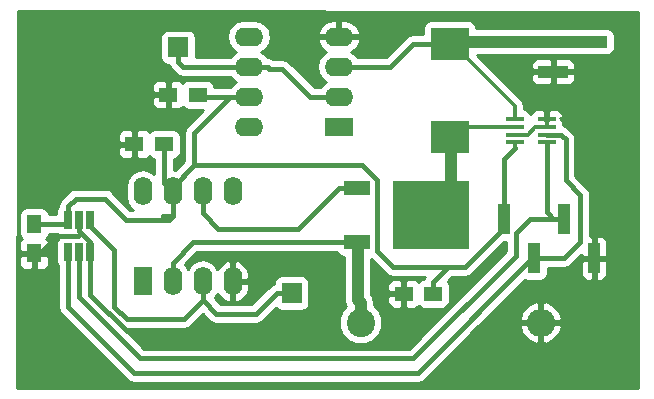
<source format=gbr>
G04 #@! TF.FileFunction,Copper,L1,Top,Signal*
%FSLAX46Y46*%
G04 Gerber Fmt 4.6, Leading zero omitted, Abs format (unit mm)*
G04 Created by KiCad (PCBNEW 4.0.7) date 02/28/18 17:10:50*
%MOMM*%
%LPD*%
G01*
G04 APERTURE LIST*
%ADD10C,0.100000*%
%ADD11R,1.250000X1.500000*%
%ADD12R,1.500000X1.250000*%
%ADD13R,1.000000X2.510000*%
%ADD14R,2.510000X1.000000*%
%ADD15R,2.200000X1.200000*%
%ADD16R,6.400000X5.800000*%
%ADD17R,3.050000X2.750000*%
%ADD18R,3.200000X2.700000*%
%ADD19C,2.400000*%
%ADD20O,2.400000X2.400000*%
%ADD21R,1.700000X1.700000*%
%ADD22R,0.650000X1.560000*%
%ADD23R,2.400000X1.600000*%
%ADD24O,2.400000X1.600000*%
%ADD25R,1.600000X2.400000*%
%ADD26O,1.600000X2.400000*%
%ADD27R,1.560000X0.400000*%
%ADD28C,0.400000*%
%ADD29C,0.300000*%
%ADD30C,1.000000*%
%ADD31C,0.254000*%
G04 APERTURE END LIST*
D10*
D11*
X2050000Y14650000D03*
X2050000Y12150000D03*
D12*
X15900000Y25600000D03*
X13400000Y25600000D03*
X13050000Y21400000D03*
X10550000Y21400000D03*
D13*
X44380000Y11745000D03*
X49460000Y11745000D03*
X41840000Y15055000D03*
X46920000Y15055000D03*
D14*
X49305000Y30070000D03*
X45995000Y27530000D03*
D15*
X29350000Y17680000D03*
X29350000Y13120000D03*
D16*
X35650000Y15400000D03*
D17*
X37325000Y13875000D03*
X33975000Y16925000D03*
X37325000Y16925000D03*
X33975000Y13875000D03*
D18*
X37250000Y29900000D03*
X37250000Y22000000D03*
D19*
X29700000Y6300000D03*
D20*
X44940000Y6300000D03*
D21*
X14250000Y29600000D03*
X23850000Y8800000D03*
D22*
X6800000Y14950000D03*
X5850000Y14950000D03*
X4900000Y14950000D03*
X4900000Y12250000D03*
X6800000Y12250000D03*
X5850000Y12250000D03*
D23*
X27850000Y22860000D03*
D24*
X20230000Y30480000D03*
X27850000Y25400000D03*
X20230000Y27940000D03*
X27850000Y27940000D03*
X20230000Y25400000D03*
X27850000Y30480000D03*
X20230000Y22860000D03*
D25*
X11230000Y9780000D03*
D26*
X18850000Y17400000D03*
X13770000Y9780000D03*
X16310000Y17400000D03*
X16310000Y9780000D03*
X13770000Y17400000D03*
X18850000Y9780000D03*
X11230000Y17400000D03*
D27*
X42750000Y23510000D03*
X42750000Y22860000D03*
X42750000Y22200000D03*
X42750000Y21550000D03*
X45450000Y21550000D03*
X45450000Y22200000D03*
X45450000Y22860000D03*
X45450000Y23510000D03*
D12*
X35850000Y8750000D03*
X33350000Y8750000D03*
D28*
X32449989Y11000000D02*
X37550000Y11000000D01*
X37550000Y11000000D02*
X38540000Y11000000D01*
X35850000Y8750000D02*
X35850000Y9775000D01*
X35850000Y9775000D02*
X37075000Y11000000D01*
X37075000Y11000000D02*
X37550000Y11000000D01*
X41840000Y15055000D02*
X41840000Y20140000D01*
X41840000Y20140000D02*
X42750000Y21050000D01*
X15570000Y19600000D02*
X29850002Y19600000D01*
X29850002Y19600000D02*
X31049989Y18400013D01*
X38540000Y11000000D02*
X41840000Y14300000D01*
X31049989Y18400013D02*
X31049989Y12400000D01*
X31049989Y12400000D02*
X32449989Y11000000D01*
X41840000Y14300000D02*
X41840000Y15055000D01*
X2050000Y14650000D02*
X4600000Y14650000D01*
X4600000Y14650000D02*
X4900000Y14950000D01*
X20230000Y25400000D02*
X16100000Y25400000D01*
X16100000Y25400000D02*
X15900000Y25600000D01*
X20230000Y25400000D02*
X18630000Y25400000D01*
X18630000Y25400000D02*
X15570000Y22340000D01*
X15570000Y22340000D02*
X15570000Y19600000D01*
X15570000Y19600000D02*
X13770000Y17800000D01*
X13770000Y17800000D02*
X13770000Y17400000D01*
X13050000Y21400000D02*
X13050000Y18120000D01*
X13050000Y18120000D02*
X13770000Y17400000D01*
X13770000Y15320000D02*
X12970000Y15320000D01*
X13450000Y15000000D02*
X13770000Y15320000D01*
X13770000Y15320000D02*
X13770000Y17400000D01*
X9850000Y15000000D02*
X13450000Y15000000D01*
X8050000Y16800000D02*
X9850000Y15000000D01*
X5570000Y16800000D02*
X8050000Y16800000D01*
X4900000Y14950000D02*
X4900000Y16130000D01*
X4900000Y16130000D02*
X5570000Y16800000D01*
D29*
X42750000Y21050000D02*
X42750000Y21550000D01*
D28*
X18850000Y9780000D02*
X20050000Y9780000D01*
X20050000Y9780000D02*
X20670000Y10400000D01*
X20670000Y10400000D02*
X25050000Y10400000D01*
X26250000Y9200000D02*
X26250000Y7036902D01*
X24766587Y5553489D02*
X9896685Y5553489D01*
X25050000Y10400000D02*
X26250000Y9200000D01*
X26250000Y7036902D02*
X24766587Y5553489D01*
X9896685Y5553489D02*
X6800000Y8650174D01*
X6800000Y8650174D02*
X6800000Y12250000D01*
X2050000Y12150000D02*
X2573505Y12150000D01*
X2573505Y12150000D02*
X4019214Y13595709D01*
X4019214Y13595709D02*
X5770711Y13595709D01*
X5770711Y13595709D02*
X6050000Y13874998D01*
X6800000Y13124998D02*
X6050000Y13874998D01*
X6050000Y13874998D02*
X5850000Y14074998D01*
X6800000Y12250000D02*
X6800000Y13124998D01*
X5850000Y14074998D02*
X5850000Y14950000D01*
D29*
X45450000Y23510000D02*
X45450000Y22860000D01*
X42750000Y22200000D02*
X43839998Y22200000D01*
X43839998Y22200000D02*
X44499998Y22860000D01*
X44499998Y22860000D02*
X45450000Y22860000D01*
D28*
X4900000Y12250000D02*
X4900000Y7650000D01*
X4900000Y7650000D02*
X6622501Y5927499D01*
X44226178Y11745000D02*
X44380000Y11745000D01*
X6622501Y5927499D02*
X6625415Y5927499D01*
X6625415Y5927499D02*
X10493379Y2059535D01*
X10493379Y2059535D02*
X34540713Y2059535D01*
X34540713Y2059535D02*
X44226178Y11745000D01*
X45450000Y22200000D02*
X46650000Y22200000D01*
X46895000Y11745000D02*
X44380000Y11745000D01*
X46650000Y22200000D02*
X47050000Y21800000D01*
X47050000Y21800000D02*
X47050000Y18358717D01*
X47050000Y18358717D02*
X48310271Y17098446D01*
X48310271Y17098446D02*
X48310271Y13160271D01*
X48310271Y13160271D02*
X46895000Y11745000D01*
X46020000Y15055000D02*
X44006458Y15055000D01*
X44006458Y15055000D02*
X42826545Y13875088D01*
X42826545Y13875088D02*
X42826545Y11976545D01*
X42826545Y11976545D02*
X34109333Y3259333D01*
X34109333Y3259333D02*
X11039188Y3259333D01*
X11039188Y3259333D02*
X5850000Y8448521D01*
X5850000Y8448521D02*
X5850000Y12250000D01*
X46920000Y15055000D02*
X46020000Y15055000D01*
X46020000Y15055000D02*
X45450000Y15625000D01*
X45450000Y20950000D02*
X45450000Y21550000D01*
X45450000Y15625000D02*
X45450000Y20950000D01*
X32190000Y27940000D02*
X34150000Y29900000D01*
X34150000Y29900000D02*
X37250000Y29900000D01*
X27850000Y27940000D02*
X32190000Y27940000D01*
D29*
X42750000Y23510000D02*
X42750000Y24650000D01*
X42750000Y24650000D02*
X37500000Y29900000D01*
X37500000Y29900000D02*
X37250000Y29900000D01*
D30*
X49305000Y30070000D02*
X37420000Y30070000D01*
X37420000Y30070000D02*
X37250000Y29900000D01*
D28*
X17650000Y14200000D02*
X16310000Y15540000D01*
X16310000Y15540000D02*
X16310000Y17400000D01*
X24370000Y14200000D02*
X17650000Y14200000D01*
X29350000Y17680000D02*
X27850000Y17680000D01*
X27850000Y17680000D02*
X24370000Y14200000D01*
D30*
X29450000Y8240000D02*
X29450000Y9500000D01*
X29450000Y9500000D02*
X29450000Y13020000D01*
X29700000Y6300000D02*
X29700000Y7997056D01*
X29700000Y7997056D02*
X29450000Y8247056D01*
X29450000Y8247056D02*
X29450000Y9500000D01*
X29450000Y13020000D02*
X29350000Y13120000D01*
D28*
X13770000Y9780000D02*
X13770000Y11380000D01*
X13770000Y11380000D02*
X15510000Y13120000D01*
X15510000Y13120000D02*
X27850000Y13120000D01*
X27850000Y13120000D02*
X29350000Y13120000D01*
D29*
X42750000Y22860000D02*
X38110000Y22860000D01*
X38110000Y22860000D02*
X37250000Y22000000D01*
D30*
X37325000Y16925000D02*
X37325000Y21925000D01*
X37325000Y21925000D02*
X37250000Y22000000D01*
D28*
X20230000Y27940000D02*
X14660000Y27940000D01*
X14660000Y27940000D02*
X14250000Y28350000D01*
X14250000Y28350000D02*
X14250000Y29600000D01*
X23050000Y27800000D02*
X25450000Y25400000D01*
X25450000Y25400000D02*
X27850000Y25400000D01*
X21970000Y27800000D02*
X23050000Y27800000D01*
X20230000Y27940000D02*
X21830000Y27940000D01*
X21830000Y27940000D02*
X21970000Y27800000D01*
X16310000Y8180000D02*
X14730011Y6600011D01*
X8850000Y7656846D02*
X8850000Y12445000D01*
X14730011Y6600011D02*
X9906835Y6600011D01*
X6800000Y14495000D02*
X6800000Y14950000D01*
X9906835Y6600011D02*
X8850000Y7656846D01*
X8850000Y12445000D02*
X6800000Y14495000D01*
X17490000Y7000000D02*
X20800000Y7000000D01*
X20800000Y7000000D02*
X22600000Y8800000D01*
X22600000Y8800000D02*
X23850000Y8800000D01*
X16310000Y8180000D02*
X17490000Y7000000D01*
X16310000Y9780000D02*
X16310000Y8180000D01*
D31*
G36*
X53140000Y32591318D02*
X53140000Y760000D01*
X612136Y760000D01*
X645481Y11864250D01*
X790000Y11864250D01*
X790000Y11273691D01*
X886673Y11040302D01*
X1065301Y10861673D01*
X1298690Y10765000D01*
X1764250Y10765000D01*
X1923000Y10923750D01*
X1923000Y12023000D01*
X2177000Y12023000D01*
X2177000Y10923750D01*
X2335750Y10765000D01*
X2801310Y10765000D01*
X3034699Y10861673D01*
X3213327Y11040302D01*
X3310000Y11273691D01*
X3310000Y11864250D01*
X3151250Y12023000D01*
X2177000Y12023000D01*
X1923000Y12023000D01*
X948750Y12023000D01*
X790000Y11864250D01*
X645481Y11864250D01*
X656099Y15400000D01*
X777560Y15400000D01*
X777560Y13900000D01*
X821838Y13664683D01*
X960910Y13448559D01*
X1029006Y13402031D01*
X886673Y13259698D01*
X790000Y13026309D01*
X790000Y12435750D01*
X948750Y12277000D01*
X1923000Y12277000D01*
X1923000Y12297000D01*
X2177000Y12297000D01*
X2177000Y12277000D01*
X3151250Y12277000D01*
X3310000Y12435750D01*
X3310000Y13026309D01*
X3213327Y13259698D01*
X3072090Y13400936D01*
X3126441Y13435910D01*
X3271431Y13648110D01*
X3305227Y13815000D01*
X4048852Y13815000D01*
X4110910Y13718559D01*
X4286232Y13598767D01*
X4123559Y13494090D01*
X3978569Y13281890D01*
X3927560Y13030000D01*
X3927560Y11470000D01*
X3971838Y11234683D01*
X4065000Y11089905D01*
X4065000Y7650000D01*
X4128561Y7330459D01*
X4274493Y7112056D01*
X4309566Y7059566D01*
X6032067Y5337065D01*
X6040849Y5331197D01*
X9902945Y1469101D01*
X10173838Y1288096D01*
X10493379Y1224535D01*
X34540713Y1224535D01*
X34860254Y1288096D01*
X35131147Y1469101D01*
X39550241Y5888195D01*
X43151805Y5888195D01*
X43384358Y5326742D01*
X43875224Y4805508D01*
X44528193Y4511797D01*
X44813000Y4628142D01*
X44813000Y6173000D01*
X45067000Y6173000D01*
X45067000Y4628142D01*
X45351807Y4511797D01*
X46004776Y4805508D01*
X46495642Y5326742D01*
X46728195Y5888195D01*
X46611432Y6173000D01*
X45067000Y6173000D01*
X44813000Y6173000D01*
X43268568Y6173000D01*
X43151805Y5888195D01*
X39550241Y5888195D01*
X40373851Y6711805D01*
X43151805Y6711805D01*
X43268568Y6427000D01*
X44813000Y6427000D01*
X44813000Y7971858D01*
X45067000Y7971858D01*
X45067000Y6427000D01*
X46611432Y6427000D01*
X46728195Y6711805D01*
X46495642Y7273258D01*
X46004776Y7794492D01*
X45351807Y8088203D01*
X45067000Y7971858D01*
X44813000Y7971858D01*
X44528193Y8088203D01*
X43875224Y7794492D01*
X43384358Y7273258D01*
X43151805Y6711805D01*
X40373851Y6711805D01*
X43585042Y9922996D01*
X43628110Y9893569D01*
X43880000Y9842560D01*
X44880000Y9842560D01*
X45115317Y9886838D01*
X45331441Y10025910D01*
X45476431Y10238110D01*
X45527440Y10490000D01*
X45527440Y10910000D01*
X46895000Y10910000D01*
X47214541Y10973561D01*
X47485434Y11154566D01*
X47790118Y11459250D01*
X48325000Y11459250D01*
X48325000Y10363691D01*
X48421673Y10130302D01*
X48600301Y9951673D01*
X48833690Y9855000D01*
X49174250Y9855000D01*
X49333000Y10013750D01*
X49333000Y11618000D01*
X49587000Y11618000D01*
X49587000Y10013750D01*
X49745750Y9855000D01*
X50086310Y9855000D01*
X50319699Y9951673D01*
X50498327Y10130302D01*
X50595000Y10363691D01*
X50595000Y11459250D01*
X50436250Y11618000D01*
X49587000Y11618000D01*
X49333000Y11618000D01*
X48483750Y11618000D01*
X48325000Y11459250D01*
X47790118Y11459250D01*
X48343309Y12012441D01*
X48483750Y11872000D01*
X49333000Y11872000D01*
X49333000Y13476250D01*
X49587000Y13476250D01*
X49587000Y11872000D01*
X50436250Y11872000D01*
X50595000Y12030750D01*
X50595000Y13126309D01*
X50498327Y13359698D01*
X50319699Y13538327D01*
X50086310Y13635000D01*
X49745750Y13635000D01*
X49587000Y13476250D01*
X49333000Y13476250D01*
X49174250Y13635000D01*
X49145271Y13635000D01*
X49145271Y17098446D01*
X49081710Y17417987D01*
X48900705Y17688880D01*
X47885000Y18704585D01*
X47885000Y21800000D01*
X47821439Y22119541D01*
X47640434Y22390434D01*
X47240434Y22790434D01*
X47157408Y22845910D01*
X46969541Y22971439D01*
X46791733Y23006807D01*
X46819080Y23072830D01*
X46865000Y23118750D01*
X46865000Y23251250D01*
X46819080Y23297170D01*
X46768327Y23419699D01*
X46589698Y23598327D01*
X46561517Y23610000D01*
X46706250Y23610000D01*
X46865000Y23768750D01*
X46865000Y23836310D01*
X46768327Y24069699D01*
X46589698Y24248327D01*
X46356309Y24345000D01*
X45735750Y24345000D01*
X45577000Y24186250D01*
X45577000Y23610000D01*
X45650750Y23610000D01*
X45577000Y23536250D01*
X45577000Y23363000D01*
X45323000Y23363000D01*
X45323000Y23536250D01*
X45303000Y23556250D01*
X45303000Y23610000D01*
X45323000Y23610000D01*
X45323000Y24186250D01*
X45164250Y24345000D01*
X44543691Y24345000D01*
X44310302Y24248327D01*
X44131673Y24069699D01*
X44100912Y23995435D01*
X43994090Y24161441D01*
X43781890Y24306431D01*
X43535000Y24356427D01*
X43535000Y24650000D01*
X43475245Y24950406D01*
X43475245Y24950407D01*
X43305079Y25205079D01*
X41265908Y27244250D01*
X44105000Y27244250D01*
X44105000Y26903690D01*
X44201673Y26670301D01*
X44380302Y26491673D01*
X44613691Y26395000D01*
X45709250Y26395000D01*
X45868000Y26553750D01*
X45868000Y27403000D01*
X46122000Y27403000D01*
X46122000Y26553750D01*
X46280750Y26395000D01*
X47376309Y26395000D01*
X47609698Y26491673D01*
X47788327Y26670301D01*
X47885000Y26903690D01*
X47885000Y27244250D01*
X47726250Y27403000D01*
X46122000Y27403000D01*
X45868000Y27403000D01*
X44263750Y27403000D01*
X44105000Y27244250D01*
X41265908Y27244250D01*
X40353848Y28156310D01*
X44105000Y28156310D01*
X44105000Y27815750D01*
X44263750Y27657000D01*
X45868000Y27657000D01*
X45868000Y28506250D01*
X46122000Y28506250D01*
X46122000Y27657000D01*
X47726250Y27657000D01*
X47885000Y27815750D01*
X47885000Y28156310D01*
X47788327Y28389699D01*
X47609698Y28568327D01*
X47376309Y28665000D01*
X46280750Y28665000D01*
X46122000Y28506250D01*
X45868000Y28506250D01*
X45709250Y28665000D01*
X44613691Y28665000D01*
X44380302Y28568327D01*
X44201673Y28389699D01*
X44105000Y28156310D01*
X40353848Y28156310D01*
X39575158Y28935000D01*
X47988569Y28935000D01*
X48050000Y28922560D01*
X50560000Y28922560D01*
X50795317Y28966838D01*
X51011441Y29105910D01*
X51156431Y29318110D01*
X51207440Y29570000D01*
X51207440Y30570000D01*
X51163162Y30805317D01*
X51024090Y31021441D01*
X50811890Y31166431D01*
X50560000Y31217440D01*
X48050000Y31217440D01*
X47983887Y31205000D01*
X39497440Y31205000D01*
X39497440Y31250000D01*
X39453162Y31485317D01*
X39314090Y31701441D01*
X39101890Y31846431D01*
X38850000Y31897440D01*
X35650000Y31897440D01*
X35414683Y31853162D01*
X35198559Y31714090D01*
X35053569Y31501890D01*
X35002560Y31250000D01*
X35002560Y30735000D01*
X34150000Y30735000D01*
X33830460Y30671440D01*
X33559566Y30490434D01*
X31844132Y28775000D01*
X29420719Y28775000D01*
X29300648Y28954698D01*
X28922293Y29207507D01*
X29354500Y29555104D01*
X29624367Y30048181D01*
X29641904Y30130961D01*
X29519915Y30353000D01*
X27977000Y30353000D01*
X27977000Y30333000D01*
X27723000Y30333000D01*
X27723000Y30353000D01*
X26180085Y30353000D01*
X26058096Y30130961D01*
X26075633Y30048181D01*
X26345500Y29555104D01*
X26777707Y29207507D01*
X26399352Y28954698D01*
X26088283Y28489151D01*
X25979050Y27940000D01*
X26088283Y27390849D01*
X26399352Y26925302D01*
X26781438Y26670000D01*
X26399352Y26414698D01*
X26279281Y26235000D01*
X25795868Y26235000D01*
X23640434Y28390434D01*
X23369541Y28571439D01*
X23050000Y28635000D01*
X22263940Y28635000D01*
X22149541Y28711439D01*
X21830000Y28775000D01*
X21800719Y28775000D01*
X21680648Y28954698D01*
X21298562Y29210000D01*
X21680648Y29465302D01*
X21991717Y29930849D01*
X22100950Y30480000D01*
X22031522Y30829039D01*
X26058096Y30829039D01*
X26180085Y30607000D01*
X27723000Y30607000D01*
X27723000Y31915000D01*
X27977000Y31915000D01*
X27977000Y30607000D01*
X29519915Y30607000D01*
X29641904Y30829039D01*
X29624367Y30911819D01*
X29354500Y31404896D01*
X28916483Y31757166D01*
X28377000Y31915000D01*
X27977000Y31915000D01*
X27723000Y31915000D01*
X27323000Y31915000D01*
X26783517Y31757166D01*
X26345500Y31404896D01*
X26075633Y30911819D01*
X26058096Y30829039D01*
X22031522Y30829039D01*
X21991717Y31029151D01*
X21680648Y31494698D01*
X21215101Y31805767D01*
X20665950Y31915000D01*
X19794050Y31915000D01*
X19244899Y31805767D01*
X18779352Y31494698D01*
X18468283Y31029151D01*
X18359050Y30480000D01*
X18468283Y29930849D01*
X18779352Y29465302D01*
X19161438Y29210000D01*
X18779352Y28954698D01*
X18659281Y28775000D01*
X15747440Y28775000D01*
X15747440Y30450000D01*
X15703162Y30685317D01*
X15564090Y30901441D01*
X15351890Y31046431D01*
X15100000Y31097440D01*
X13400000Y31097440D01*
X13164683Y31053162D01*
X12948559Y30914090D01*
X12803569Y30701890D01*
X12752560Y30450000D01*
X12752560Y28750000D01*
X12796838Y28514683D01*
X12935910Y28298559D01*
X13148110Y28153569D01*
X13400000Y28102560D01*
X13464219Y28102560D01*
X13478561Y28030459D01*
X13622025Y27815750D01*
X13659566Y27759566D01*
X14069566Y27349566D01*
X14340460Y27168560D01*
X14660000Y27105000D01*
X18659281Y27105000D01*
X18779352Y26925302D01*
X19161438Y26670000D01*
X18779352Y26414698D01*
X18659281Y26235000D01*
X17295558Y26235000D01*
X17253162Y26460317D01*
X17114090Y26676441D01*
X16901890Y26821431D01*
X16650000Y26872440D01*
X15150000Y26872440D01*
X14914683Y26828162D01*
X14698559Y26689090D01*
X14652031Y26620994D01*
X14509698Y26763327D01*
X14276309Y26860000D01*
X13685750Y26860000D01*
X13527000Y26701250D01*
X13527000Y25727000D01*
X13547000Y25727000D01*
X13547000Y25473000D01*
X13527000Y25473000D01*
X13527000Y24498750D01*
X13685750Y24340000D01*
X14276309Y24340000D01*
X14509698Y24436673D01*
X14650936Y24577910D01*
X14685910Y24523559D01*
X14898110Y24378569D01*
X15150000Y24327560D01*
X16376692Y24327560D01*
X14979566Y22930434D01*
X14798561Y22659541D01*
X14735000Y22340000D01*
X14735000Y19945868D01*
X14011954Y19222822D01*
X13885000Y19248075D01*
X13885000Y20143554D01*
X14035317Y20171838D01*
X14251441Y20310910D01*
X14396431Y20523110D01*
X14447440Y20775000D01*
X14447440Y22025000D01*
X14403162Y22260317D01*
X14264090Y22476441D01*
X14051890Y22621431D01*
X13800000Y22672440D01*
X12300000Y22672440D01*
X12064683Y22628162D01*
X11848559Y22489090D01*
X11802031Y22420994D01*
X11659698Y22563327D01*
X11426309Y22660000D01*
X10835750Y22660000D01*
X10677000Y22501250D01*
X10677000Y21527000D01*
X10697000Y21527000D01*
X10697000Y21273000D01*
X10677000Y21273000D01*
X10677000Y20298750D01*
X10835750Y20140000D01*
X11426309Y20140000D01*
X11659698Y20236673D01*
X11800936Y20377910D01*
X11835910Y20323559D01*
X12048110Y20178569D01*
X12215000Y20144773D01*
X12215000Y18870492D01*
X11779151Y19161717D01*
X11230000Y19270950D01*
X10680849Y19161717D01*
X10215302Y18850648D01*
X9904233Y18385101D01*
X9795000Y17835950D01*
X9795000Y16964050D01*
X9904233Y16414899D01*
X10215302Y15949352D01*
X10386442Y15835000D01*
X10195868Y15835000D01*
X8640434Y17390434D01*
X8626117Y17400000D01*
X8369541Y17571439D01*
X8050000Y17635000D01*
X5570000Y17635000D01*
X5250459Y17571439D01*
X4993883Y17400000D01*
X4979566Y17390434D01*
X4309566Y16720434D01*
X4128561Y16449541D01*
X4065000Y16130000D01*
X4065000Y16108386D01*
X3978569Y15981890D01*
X3927560Y15730000D01*
X3927560Y15485000D01*
X3306446Y15485000D01*
X3278162Y15635317D01*
X3139090Y15851441D01*
X2926890Y15996431D01*
X2675000Y16047440D01*
X1425000Y16047440D01*
X1189683Y16003162D01*
X973559Y15864090D01*
X828569Y15651890D01*
X777560Y15400000D01*
X656099Y15400000D01*
X673259Y21114250D01*
X9165000Y21114250D01*
X9165000Y20648690D01*
X9261673Y20415301D01*
X9440302Y20236673D01*
X9673691Y20140000D01*
X10264250Y20140000D01*
X10423000Y20298750D01*
X10423000Y21273000D01*
X9323750Y21273000D01*
X9165000Y21114250D01*
X673259Y21114250D01*
X676373Y22151310D01*
X9165000Y22151310D01*
X9165000Y21685750D01*
X9323750Y21527000D01*
X10423000Y21527000D01*
X10423000Y22501250D01*
X10264250Y22660000D01*
X9673691Y22660000D01*
X9440302Y22563327D01*
X9261673Y22384699D01*
X9165000Y22151310D01*
X676373Y22151310D01*
X685871Y25314250D01*
X12015000Y25314250D01*
X12015000Y24848690D01*
X12111673Y24615301D01*
X12290302Y24436673D01*
X12523691Y24340000D01*
X13114250Y24340000D01*
X13273000Y24498750D01*
X13273000Y25473000D01*
X12173750Y25473000D01*
X12015000Y25314250D01*
X685871Y25314250D01*
X688985Y26351310D01*
X12015000Y26351310D01*
X12015000Y25885750D01*
X12173750Y25727000D01*
X13273000Y25727000D01*
X13273000Y26701250D01*
X13114250Y26860000D01*
X12523691Y26860000D01*
X12290302Y26763327D01*
X12111673Y26584699D01*
X12015000Y26351310D01*
X688985Y26351310D01*
X708018Y32688775D01*
X53140000Y32591318D01*
X53140000Y32591318D01*
G37*
X53140000Y32591318D02*
X53140000Y760000D01*
X612136Y760000D01*
X645481Y11864250D01*
X790000Y11864250D01*
X790000Y11273691D01*
X886673Y11040302D01*
X1065301Y10861673D01*
X1298690Y10765000D01*
X1764250Y10765000D01*
X1923000Y10923750D01*
X1923000Y12023000D01*
X2177000Y12023000D01*
X2177000Y10923750D01*
X2335750Y10765000D01*
X2801310Y10765000D01*
X3034699Y10861673D01*
X3213327Y11040302D01*
X3310000Y11273691D01*
X3310000Y11864250D01*
X3151250Y12023000D01*
X2177000Y12023000D01*
X1923000Y12023000D01*
X948750Y12023000D01*
X790000Y11864250D01*
X645481Y11864250D01*
X656099Y15400000D01*
X777560Y15400000D01*
X777560Y13900000D01*
X821838Y13664683D01*
X960910Y13448559D01*
X1029006Y13402031D01*
X886673Y13259698D01*
X790000Y13026309D01*
X790000Y12435750D01*
X948750Y12277000D01*
X1923000Y12277000D01*
X1923000Y12297000D01*
X2177000Y12297000D01*
X2177000Y12277000D01*
X3151250Y12277000D01*
X3310000Y12435750D01*
X3310000Y13026309D01*
X3213327Y13259698D01*
X3072090Y13400936D01*
X3126441Y13435910D01*
X3271431Y13648110D01*
X3305227Y13815000D01*
X4048852Y13815000D01*
X4110910Y13718559D01*
X4286232Y13598767D01*
X4123559Y13494090D01*
X3978569Y13281890D01*
X3927560Y13030000D01*
X3927560Y11470000D01*
X3971838Y11234683D01*
X4065000Y11089905D01*
X4065000Y7650000D01*
X4128561Y7330459D01*
X4274493Y7112056D01*
X4309566Y7059566D01*
X6032067Y5337065D01*
X6040849Y5331197D01*
X9902945Y1469101D01*
X10173838Y1288096D01*
X10493379Y1224535D01*
X34540713Y1224535D01*
X34860254Y1288096D01*
X35131147Y1469101D01*
X39550241Y5888195D01*
X43151805Y5888195D01*
X43384358Y5326742D01*
X43875224Y4805508D01*
X44528193Y4511797D01*
X44813000Y4628142D01*
X44813000Y6173000D01*
X45067000Y6173000D01*
X45067000Y4628142D01*
X45351807Y4511797D01*
X46004776Y4805508D01*
X46495642Y5326742D01*
X46728195Y5888195D01*
X46611432Y6173000D01*
X45067000Y6173000D01*
X44813000Y6173000D01*
X43268568Y6173000D01*
X43151805Y5888195D01*
X39550241Y5888195D01*
X40373851Y6711805D01*
X43151805Y6711805D01*
X43268568Y6427000D01*
X44813000Y6427000D01*
X44813000Y7971858D01*
X45067000Y7971858D01*
X45067000Y6427000D01*
X46611432Y6427000D01*
X46728195Y6711805D01*
X46495642Y7273258D01*
X46004776Y7794492D01*
X45351807Y8088203D01*
X45067000Y7971858D01*
X44813000Y7971858D01*
X44528193Y8088203D01*
X43875224Y7794492D01*
X43384358Y7273258D01*
X43151805Y6711805D01*
X40373851Y6711805D01*
X43585042Y9922996D01*
X43628110Y9893569D01*
X43880000Y9842560D01*
X44880000Y9842560D01*
X45115317Y9886838D01*
X45331441Y10025910D01*
X45476431Y10238110D01*
X45527440Y10490000D01*
X45527440Y10910000D01*
X46895000Y10910000D01*
X47214541Y10973561D01*
X47485434Y11154566D01*
X47790118Y11459250D01*
X48325000Y11459250D01*
X48325000Y10363691D01*
X48421673Y10130302D01*
X48600301Y9951673D01*
X48833690Y9855000D01*
X49174250Y9855000D01*
X49333000Y10013750D01*
X49333000Y11618000D01*
X49587000Y11618000D01*
X49587000Y10013750D01*
X49745750Y9855000D01*
X50086310Y9855000D01*
X50319699Y9951673D01*
X50498327Y10130302D01*
X50595000Y10363691D01*
X50595000Y11459250D01*
X50436250Y11618000D01*
X49587000Y11618000D01*
X49333000Y11618000D01*
X48483750Y11618000D01*
X48325000Y11459250D01*
X47790118Y11459250D01*
X48343309Y12012441D01*
X48483750Y11872000D01*
X49333000Y11872000D01*
X49333000Y13476250D01*
X49587000Y13476250D01*
X49587000Y11872000D01*
X50436250Y11872000D01*
X50595000Y12030750D01*
X50595000Y13126309D01*
X50498327Y13359698D01*
X50319699Y13538327D01*
X50086310Y13635000D01*
X49745750Y13635000D01*
X49587000Y13476250D01*
X49333000Y13476250D01*
X49174250Y13635000D01*
X49145271Y13635000D01*
X49145271Y17098446D01*
X49081710Y17417987D01*
X48900705Y17688880D01*
X47885000Y18704585D01*
X47885000Y21800000D01*
X47821439Y22119541D01*
X47640434Y22390434D01*
X47240434Y22790434D01*
X47157408Y22845910D01*
X46969541Y22971439D01*
X46791733Y23006807D01*
X46819080Y23072830D01*
X46865000Y23118750D01*
X46865000Y23251250D01*
X46819080Y23297170D01*
X46768327Y23419699D01*
X46589698Y23598327D01*
X46561517Y23610000D01*
X46706250Y23610000D01*
X46865000Y23768750D01*
X46865000Y23836310D01*
X46768327Y24069699D01*
X46589698Y24248327D01*
X46356309Y24345000D01*
X45735750Y24345000D01*
X45577000Y24186250D01*
X45577000Y23610000D01*
X45650750Y23610000D01*
X45577000Y23536250D01*
X45577000Y23363000D01*
X45323000Y23363000D01*
X45323000Y23536250D01*
X45303000Y23556250D01*
X45303000Y23610000D01*
X45323000Y23610000D01*
X45323000Y24186250D01*
X45164250Y24345000D01*
X44543691Y24345000D01*
X44310302Y24248327D01*
X44131673Y24069699D01*
X44100912Y23995435D01*
X43994090Y24161441D01*
X43781890Y24306431D01*
X43535000Y24356427D01*
X43535000Y24650000D01*
X43475245Y24950406D01*
X43475245Y24950407D01*
X43305079Y25205079D01*
X41265908Y27244250D01*
X44105000Y27244250D01*
X44105000Y26903690D01*
X44201673Y26670301D01*
X44380302Y26491673D01*
X44613691Y26395000D01*
X45709250Y26395000D01*
X45868000Y26553750D01*
X45868000Y27403000D01*
X46122000Y27403000D01*
X46122000Y26553750D01*
X46280750Y26395000D01*
X47376309Y26395000D01*
X47609698Y26491673D01*
X47788327Y26670301D01*
X47885000Y26903690D01*
X47885000Y27244250D01*
X47726250Y27403000D01*
X46122000Y27403000D01*
X45868000Y27403000D01*
X44263750Y27403000D01*
X44105000Y27244250D01*
X41265908Y27244250D01*
X40353848Y28156310D01*
X44105000Y28156310D01*
X44105000Y27815750D01*
X44263750Y27657000D01*
X45868000Y27657000D01*
X45868000Y28506250D01*
X46122000Y28506250D01*
X46122000Y27657000D01*
X47726250Y27657000D01*
X47885000Y27815750D01*
X47885000Y28156310D01*
X47788327Y28389699D01*
X47609698Y28568327D01*
X47376309Y28665000D01*
X46280750Y28665000D01*
X46122000Y28506250D01*
X45868000Y28506250D01*
X45709250Y28665000D01*
X44613691Y28665000D01*
X44380302Y28568327D01*
X44201673Y28389699D01*
X44105000Y28156310D01*
X40353848Y28156310D01*
X39575158Y28935000D01*
X47988569Y28935000D01*
X48050000Y28922560D01*
X50560000Y28922560D01*
X50795317Y28966838D01*
X51011441Y29105910D01*
X51156431Y29318110D01*
X51207440Y29570000D01*
X51207440Y30570000D01*
X51163162Y30805317D01*
X51024090Y31021441D01*
X50811890Y31166431D01*
X50560000Y31217440D01*
X48050000Y31217440D01*
X47983887Y31205000D01*
X39497440Y31205000D01*
X39497440Y31250000D01*
X39453162Y31485317D01*
X39314090Y31701441D01*
X39101890Y31846431D01*
X38850000Y31897440D01*
X35650000Y31897440D01*
X35414683Y31853162D01*
X35198559Y31714090D01*
X35053569Y31501890D01*
X35002560Y31250000D01*
X35002560Y30735000D01*
X34150000Y30735000D01*
X33830460Y30671440D01*
X33559566Y30490434D01*
X31844132Y28775000D01*
X29420719Y28775000D01*
X29300648Y28954698D01*
X28922293Y29207507D01*
X29354500Y29555104D01*
X29624367Y30048181D01*
X29641904Y30130961D01*
X29519915Y30353000D01*
X27977000Y30353000D01*
X27977000Y30333000D01*
X27723000Y30333000D01*
X27723000Y30353000D01*
X26180085Y30353000D01*
X26058096Y30130961D01*
X26075633Y30048181D01*
X26345500Y29555104D01*
X26777707Y29207507D01*
X26399352Y28954698D01*
X26088283Y28489151D01*
X25979050Y27940000D01*
X26088283Y27390849D01*
X26399352Y26925302D01*
X26781438Y26670000D01*
X26399352Y26414698D01*
X26279281Y26235000D01*
X25795868Y26235000D01*
X23640434Y28390434D01*
X23369541Y28571439D01*
X23050000Y28635000D01*
X22263940Y28635000D01*
X22149541Y28711439D01*
X21830000Y28775000D01*
X21800719Y28775000D01*
X21680648Y28954698D01*
X21298562Y29210000D01*
X21680648Y29465302D01*
X21991717Y29930849D01*
X22100950Y30480000D01*
X22031522Y30829039D01*
X26058096Y30829039D01*
X26180085Y30607000D01*
X27723000Y30607000D01*
X27723000Y31915000D01*
X27977000Y31915000D01*
X27977000Y30607000D01*
X29519915Y30607000D01*
X29641904Y30829039D01*
X29624367Y30911819D01*
X29354500Y31404896D01*
X28916483Y31757166D01*
X28377000Y31915000D01*
X27977000Y31915000D01*
X27723000Y31915000D01*
X27323000Y31915000D01*
X26783517Y31757166D01*
X26345500Y31404896D01*
X26075633Y30911819D01*
X26058096Y30829039D01*
X22031522Y30829039D01*
X21991717Y31029151D01*
X21680648Y31494698D01*
X21215101Y31805767D01*
X20665950Y31915000D01*
X19794050Y31915000D01*
X19244899Y31805767D01*
X18779352Y31494698D01*
X18468283Y31029151D01*
X18359050Y30480000D01*
X18468283Y29930849D01*
X18779352Y29465302D01*
X19161438Y29210000D01*
X18779352Y28954698D01*
X18659281Y28775000D01*
X15747440Y28775000D01*
X15747440Y30450000D01*
X15703162Y30685317D01*
X15564090Y30901441D01*
X15351890Y31046431D01*
X15100000Y31097440D01*
X13400000Y31097440D01*
X13164683Y31053162D01*
X12948559Y30914090D01*
X12803569Y30701890D01*
X12752560Y30450000D01*
X12752560Y28750000D01*
X12796838Y28514683D01*
X12935910Y28298559D01*
X13148110Y28153569D01*
X13400000Y28102560D01*
X13464219Y28102560D01*
X13478561Y28030459D01*
X13622025Y27815750D01*
X13659566Y27759566D01*
X14069566Y27349566D01*
X14340460Y27168560D01*
X14660000Y27105000D01*
X18659281Y27105000D01*
X18779352Y26925302D01*
X19161438Y26670000D01*
X18779352Y26414698D01*
X18659281Y26235000D01*
X17295558Y26235000D01*
X17253162Y26460317D01*
X17114090Y26676441D01*
X16901890Y26821431D01*
X16650000Y26872440D01*
X15150000Y26872440D01*
X14914683Y26828162D01*
X14698559Y26689090D01*
X14652031Y26620994D01*
X14509698Y26763327D01*
X14276309Y26860000D01*
X13685750Y26860000D01*
X13527000Y26701250D01*
X13527000Y25727000D01*
X13547000Y25727000D01*
X13547000Y25473000D01*
X13527000Y25473000D01*
X13527000Y24498750D01*
X13685750Y24340000D01*
X14276309Y24340000D01*
X14509698Y24436673D01*
X14650936Y24577910D01*
X14685910Y24523559D01*
X14898110Y24378569D01*
X15150000Y24327560D01*
X16376692Y24327560D01*
X14979566Y22930434D01*
X14798561Y22659541D01*
X14735000Y22340000D01*
X14735000Y19945868D01*
X14011954Y19222822D01*
X13885000Y19248075D01*
X13885000Y20143554D01*
X14035317Y20171838D01*
X14251441Y20310910D01*
X14396431Y20523110D01*
X14447440Y20775000D01*
X14447440Y22025000D01*
X14403162Y22260317D01*
X14264090Y22476441D01*
X14051890Y22621431D01*
X13800000Y22672440D01*
X12300000Y22672440D01*
X12064683Y22628162D01*
X11848559Y22489090D01*
X11802031Y22420994D01*
X11659698Y22563327D01*
X11426309Y22660000D01*
X10835750Y22660000D01*
X10677000Y22501250D01*
X10677000Y21527000D01*
X10697000Y21527000D01*
X10697000Y21273000D01*
X10677000Y21273000D01*
X10677000Y20298750D01*
X10835750Y20140000D01*
X11426309Y20140000D01*
X11659698Y20236673D01*
X11800936Y20377910D01*
X11835910Y20323559D01*
X12048110Y20178569D01*
X12215000Y20144773D01*
X12215000Y18870492D01*
X11779151Y19161717D01*
X11230000Y19270950D01*
X10680849Y19161717D01*
X10215302Y18850648D01*
X9904233Y18385101D01*
X9795000Y17835950D01*
X9795000Y16964050D01*
X9904233Y16414899D01*
X10215302Y15949352D01*
X10386442Y15835000D01*
X10195868Y15835000D01*
X8640434Y17390434D01*
X8626117Y17400000D01*
X8369541Y17571439D01*
X8050000Y17635000D01*
X5570000Y17635000D01*
X5250459Y17571439D01*
X4993883Y17400000D01*
X4979566Y17390434D01*
X4309566Y16720434D01*
X4128561Y16449541D01*
X4065000Y16130000D01*
X4065000Y16108386D01*
X3978569Y15981890D01*
X3927560Y15730000D01*
X3927560Y15485000D01*
X3306446Y15485000D01*
X3278162Y15635317D01*
X3139090Y15851441D01*
X2926890Y15996431D01*
X2675000Y16047440D01*
X1425000Y16047440D01*
X1189683Y16003162D01*
X973559Y15864090D01*
X828569Y15651890D01*
X777560Y15400000D01*
X656099Y15400000D01*
X673259Y21114250D01*
X9165000Y21114250D01*
X9165000Y20648690D01*
X9261673Y20415301D01*
X9440302Y20236673D01*
X9673691Y20140000D01*
X10264250Y20140000D01*
X10423000Y20298750D01*
X10423000Y21273000D01*
X9323750Y21273000D01*
X9165000Y21114250D01*
X673259Y21114250D01*
X676373Y22151310D01*
X9165000Y22151310D01*
X9165000Y21685750D01*
X9323750Y21527000D01*
X10423000Y21527000D01*
X10423000Y22501250D01*
X10264250Y22660000D01*
X9673691Y22660000D01*
X9440302Y22563327D01*
X9261673Y22384699D01*
X9165000Y22151310D01*
X676373Y22151310D01*
X685871Y25314250D01*
X12015000Y25314250D01*
X12015000Y24848690D01*
X12111673Y24615301D01*
X12290302Y24436673D01*
X12523691Y24340000D01*
X13114250Y24340000D01*
X13273000Y24498750D01*
X13273000Y25473000D01*
X12173750Y25473000D01*
X12015000Y25314250D01*
X685871Y25314250D01*
X688985Y26351310D01*
X12015000Y26351310D01*
X12015000Y25885750D01*
X12173750Y25727000D01*
X13273000Y25727000D01*
X13273000Y26701250D01*
X13114250Y26860000D01*
X12523691Y26860000D01*
X12290302Y26763327D01*
X12111673Y26584699D01*
X12015000Y26351310D01*
X688985Y26351310D01*
X708018Y32688775D01*
X53140000Y32591318D01*
G36*
X41991545Y12322413D02*
X33763465Y4094333D01*
X11385056Y4094333D01*
X9666590Y5812799D01*
X9906835Y5765011D01*
X14730011Y5765011D01*
X15049552Y5828572D01*
X15320445Y6009577D01*
X16310000Y6999132D01*
X16899566Y6409566D01*
X17170459Y6228561D01*
X17490000Y6165000D01*
X20800000Y6165000D01*
X21119541Y6228561D01*
X21390434Y6409566D01*
X22513795Y7532927D01*
X22535910Y7498559D01*
X22748110Y7353569D01*
X23000000Y7302560D01*
X24700000Y7302560D01*
X24935317Y7346838D01*
X25151441Y7485910D01*
X25296431Y7698110D01*
X25347440Y7950000D01*
X25347440Y9650000D01*
X25303162Y9885317D01*
X25164090Y10101441D01*
X24951890Y10246431D01*
X24700000Y10297440D01*
X23000000Y10297440D01*
X22764683Y10253162D01*
X22548559Y10114090D01*
X22403569Y9901890D01*
X22352560Y9650000D01*
X22352560Y9585781D01*
X22280459Y9571439D01*
X22009566Y9390434D01*
X20454132Y7835000D01*
X17835868Y7835000D01*
X17331434Y8339434D01*
X17577507Y8707707D01*
X17925104Y8275500D01*
X18418181Y8005633D01*
X18500961Y7988096D01*
X18723000Y8110085D01*
X18723000Y9653000D01*
X18977000Y9653000D01*
X18977000Y8110085D01*
X19199039Y7988096D01*
X19281819Y8005633D01*
X19774896Y8275500D01*
X20127166Y8713517D01*
X20285000Y9253000D01*
X20285000Y9653000D01*
X18977000Y9653000D01*
X18723000Y9653000D01*
X18703000Y9653000D01*
X18703000Y9907000D01*
X18723000Y9907000D01*
X18723000Y11449915D01*
X18977000Y11449915D01*
X18977000Y9907000D01*
X20285000Y9907000D01*
X20285000Y10307000D01*
X20127166Y10846483D01*
X19774896Y11284500D01*
X19281819Y11554367D01*
X19199039Y11571904D01*
X18977000Y11449915D01*
X18723000Y11449915D01*
X18500961Y11571904D01*
X18418181Y11554367D01*
X17925104Y11284500D01*
X17577507Y10852293D01*
X17324698Y11230648D01*
X16859151Y11541717D01*
X16310000Y11650950D01*
X15760849Y11541717D01*
X15295302Y11230648D01*
X15040000Y10848562D01*
X14791434Y11220566D01*
X15855868Y12285000D01*
X27646778Y12285000D01*
X27646838Y12284683D01*
X27785910Y12068559D01*
X27998110Y11923569D01*
X28250000Y11872560D01*
X28315000Y11872560D01*
X28315000Y8240000D01*
X28401397Y7805654D01*
X28485238Y7680177D01*
X28145270Y7340801D01*
X27865319Y6666605D01*
X27864682Y5936597D01*
X28143455Y5261914D01*
X28659199Y4745270D01*
X29333395Y4465319D01*
X30063403Y4464682D01*
X30738086Y4743455D01*
X31254730Y5259199D01*
X31534681Y5933395D01*
X31535318Y6663403D01*
X31256545Y7338086D01*
X30835000Y7760367D01*
X30835000Y7997056D01*
X30748603Y8431402D01*
X30726655Y8464250D01*
X31965000Y8464250D01*
X31965000Y7998690D01*
X32061673Y7765301D01*
X32240302Y7586673D01*
X32473691Y7490000D01*
X33064250Y7490000D01*
X33223000Y7648750D01*
X33223000Y8623000D01*
X32123750Y8623000D01*
X31965000Y8464250D01*
X30726655Y8464250D01*
X30585000Y8676251D01*
X30585000Y9501310D01*
X31965000Y9501310D01*
X31965000Y9035750D01*
X32123750Y8877000D01*
X33223000Y8877000D01*
X33223000Y9851250D01*
X33064250Y10010000D01*
X32473691Y10010000D01*
X32240302Y9913327D01*
X32061673Y9734699D01*
X31965000Y9501310D01*
X30585000Y9501310D01*
X30585000Y11684121D01*
X31859555Y10409566D01*
X32130448Y10228561D01*
X32449989Y10165000D01*
X35125640Y10165000D01*
X35078561Y10094541D01*
X35062828Y10015446D01*
X34864683Y9978162D01*
X34648559Y9839090D01*
X34602031Y9770994D01*
X34459698Y9913327D01*
X34226309Y10010000D01*
X33635750Y10010000D01*
X33477000Y9851250D01*
X33477000Y8877000D01*
X33497000Y8877000D01*
X33497000Y8623000D01*
X33477000Y8623000D01*
X33477000Y7648750D01*
X33635750Y7490000D01*
X34226309Y7490000D01*
X34459698Y7586673D01*
X34600936Y7727910D01*
X34635910Y7673559D01*
X34848110Y7528569D01*
X35100000Y7477560D01*
X36600000Y7477560D01*
X36835317Y7521838D01*
X37051441Y7660910D01*
X37196431Y7873110D01*
X37247440Y8125000D01*
X37247440Y9375000D01*
X37203162Y9610317D01*
X37071223Y9815355D01*
X37420868Y10165000D01*
X38540000Y10165000D01*
X38859541Y10228561D01*
X39130434Y10409566D01*
X41873428Y13152560D01*
X41991545Y13152560D01*
X41991545Y12322413D01*
X41991545Y12322413D01*
G37*
X41991545Y12322413D02*
X33763465Y4094333D01*
X11385056Y4094333D01*
X9666590Y5812799D01*
X9906835Y5765011D01*
X14730011Y5765011D01*
X15049552Y5828572D01*
X15320445Y6009577D01*
X16310000Y6999132D01*
X16899566Y6409566D01*
X17170459Y6228561D01*
X17490000Y6165000D01*
X20800000Y6165000D01*
X21119541Y6228561D01*
X21390434Y6409566D01*
X22513795Y7532927D01*
X22535910Y7498559D01*
X22748110Y7353569D01*
X23000000Y7302560D01*
X24700000Y7302560D01*
X24935317Y7346838D01*
X25151441Y7485910D01*
X25296431Y7698110D01*
X25347440Y7950000D01*
X25347440Y9650000D01*
X25303162Y9885317D01*
X25164090Y10101441D01*
X24951890Y10246431D01*
X24700000Y10297440D01*
X23000000Y10297440D01*
X22764683Y10253162D01*
X22548559Y10114090D01*
X22403569Y9901890D01*
X22352560Y9650000D01*
X22352560Y9585781D01*
X22280459Y9571439D01*
X22009566Y9390434D01*
X20454132Y7835000D01*
X17835868Y7835000D01*
X17331434Y8339434D01*
X17577507Y8707707D01*
X17925104Y8275500D01*
X18418181Y8005633D01*
X18500961Y7988096D01*
X18723000Y8110085D01*
X18723000Y9653000D01*
X18977000Y9653000D01*
X18977000Y8110085D01*
X19199039Y7988096D01*
X19281819Y8005633D01*
X19774896Y8275500D01*
X20127166Y8713517D01*
X20285000Y9253000D01*
X20285000Y9653000D01*
X18977000Y9653000D01*
X18723000Y9653000D01*
X18703000Y9653000D01*
X18703000Y9907000D01*
X18723000Y9907000D01*
X18723000Y11449915D01*
X18977000Y11449915D01*
X18977000Y9907000D01*
X20285000Y9907000D01*
X20285000Y10307000D01*
X20127166Y10846483D01*
X19774896Y11284500D01*
X19281819Y11554367D01*
X19199039Y11571904D01*
X18977000Y11449915D01*
X18723000Y11449915D01*
X18500961Y11571904D01*
X18418181Y11554367D01*
X17925104Y11284500D01*
X17577507Y10852293D01*
X17324698Y11230648D01*
X16859151Y11541717D01*
X16310000Y11650950D01*
X15760849Y11541717D01*
X15295302Y11230648D01*
X15040000Y10848562D01*
X14791434Y11220566D01*
X15855868Y12285000D01*
X27646778Y12285000D01*
X27646838Y12284683D01*
X27785910Y12068559D01*
X27998110Y11923569D01*
X28250000Y11872560D01*
X28315000Y11872560D01*
X28315000Y8240000D01*
X28401397Y7805654D01*
X28485238Y7680177D01*
X28145270Y7340801D01*
X27865319Y6666605D01*
X27864682Y5936597D01*
X28143455Y5261914D01*
X28659199Y4745270D01*
X29333395Y4465319D01*
X30063403Y4464682D01*
X30738086Y4743455D01*
X31254730Y5259199D01*
X31534681Y5933395D01*
X31535318Y6663403D01*
X31256545Y7338086D01*
X30835000Y7760367D01*
X30835000Y7997056D01*
X30748603Y8431402D01*
X30726655Y8464250D01*
X31965000Y8464250D01*
X31965000Y7998690D01*
X32061673Y7765301D01*
X32240302Y7586673D01*
X32473691Y7490000D01*
X33064250Y7490000D01*
X33223000Y7648750D01*
X33223000Y8623000D01*
X32123750Y8623000D01*
X31965000Y8464250D01*
X30726655Y8464250D01*
X30585000Y8676251D01*
X30585000Y9501310D01*
X31965000Y9501310D01*
X31965000Y9035750D01*
X32123750Y8877000D01*
X33223000Y8877000D01*
X33223000Y9851250D01*
X33064250Y10010000D01*
X32473691Y10010000D01*
X32240302Y9913327D01*
X32061673Y9734699D01*
X31965000Y9501310D01*
X30585000Y9501310D01*
X30585000Y11684121D01*
X31859555Y10409566D01*
X32130448Y10228561D01*
X32449989Y10165000D01*
X35125640Y10165000D01*
X35078561Y10094541D01*
X35062828Y10015446D01*
X34864683Y9978162D01*
X34648559Y9839090D01*
X34602031Y9770994D01*
X34459698Y9913327D01*
X34226309Y10010000D01*
X33635750Y10010000D01*
X33477000Y9851250D01*
X33477000Y8877000D01*
X33497000Y8877000D01*
X33497000Y8623000D01*
X33477000Y8623000D01*
X33477000Y7648750D01*
X33635750Y7490000D01*
X34226309Y7490000D01*
X34459698Y7586673D01*
X34600936Y7727910D01*
X34635910Y7673559D01*
X34848110Y7528569D01*
X35100000Y7477560D01*
X36600000Y7477560D01*
X36835317Y7521838D01*
X37051441Y7660910D01*
X37196431Y7873110D01*
X37247440Y8125000D01*
X37247440Y9375000D01*
X37203162Y9610317D01*
X37071223Y9815355D01*
X37420868Y10165000D01*
X38540000Y10165000D01*
X38859541Y10228561D01*
X39130434Y10409566D01*
X41873428Y13152560D01*
X41991545Y13152560D01*
X41991545Y12322413D01*
M02*

</source>
